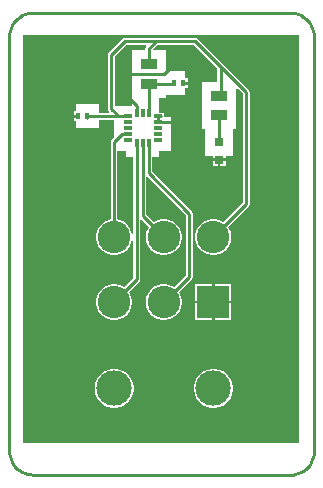
<source format=gtl>
G04*
G04 #@! TF.GenerationSoftware,Altium Limited,Altium Designer,21.7.2 (23)*
G04*
G04 Layer_Physical_Order=1*
G04 Layer_Color=255*
%FSLAX25Y25*%
%MOIN*%
G70*
G04*
G04 #@! TF.SameCoordinates,0BC4D904-7686-419A-8D3B-CA4FD0BABD65*
G04*
G04*
G04 #@! TF.FilePolarity,Positive*
G04*
G01*
G75*
%ADD13C,0.01000*%
%ADD14R,0.01575X0.01968*%
%ADD16R,0.03150X0.01181*%
%ADD17R,0.01181X0.03150*%
%ADD19C,0.11811*%
%ADD20R,0.10827X0.10827*%
%ADD21C,0.10827*%
%ADD22R,0.05315X0.03347*%
%ADD23R,0.03150X0.03150*%
G36*
X96500Y10500D02*
X4600D01*
Y146500D01*
X96500D01*
Y10500D01*
D02*
G37*
%LPC*%
G36*
X62000Y145622D02*
X62000Y145622D01*
X38500D01*
X38500Y145622D01*
X38071Y145536D01*
X37707Y145293D01*
X37707Y145293D01*
X33207Y140793D01*
X32964Y140429D01*
X32878Y140000D01*
X32878Y140000D01*
Y122000D01*
X32878Y122000D01*
X32964Y121571D01*
X33207Y121207D01*
X33393Y121020D01*
X33202Y120559D01*
X29862D01*
Y123484D01*
X22287D01*
Y121084D01*
X21538D01*
Y117916D01*
X22287D01*
Y115516D01*
X29862D01*
Y118315D01*
X34905D01*
Y115847D01*
Y112492D01*
X34172Y111758D01*
X33928Y111394D01*
X33843Y110965D01*
X33843Y110965D01*
Y85089D01*
X33211Y84963D01*
X32116Y84510D01*
X31131Y83852D01*
X30294Y83014D01*
X29636Y82029D01*
X29182Y80935D01*
X28951Y79773D01*
Y78589D01*
X29182Y77427D01*
X29636Y76333D01*
X30294Y75348D01*
X31131Y74510D01*
X32116Y73852D01*
X33211Y73399D01*
X34372Y73168D01*
X35557D01*
X36719Y73399D01*
X37813Y73852D01*
X38798Y74510D01*
X39636Y75348D01*
X40294Y76333D01*
X40747Y77427D01*
X40910Y78247D01*
X41410Y78198D01*
Y65559D01*
X38349Y62498D01*
X37813Y62857D01*
X36719Y63310D01*
X35557Y63541D01*
X34372D01*
X33211Y63310D01*
X32116Y62857D01*
X31131Y62199D01*
X30294Y61361D01*
X29636Y60376D01*
X29182Y59282D01*
X28951Y58120D01*
Y56935D01*
X29182Y55774D01*
X29636Y54679D01*
X30294Y53694D01*
X31131Y52857D01*
X32116Y52199D01*
X33211Y51745D01*
X34372Y51514D01*
X35557D01*
X36719Y51745D01*
X37813Y52199D01*
X38798Y52857D01*
X39636Y53694D01*
X40294Y54679D01*
X40747Y55774D01*
X40978Y56935D01*
Y58120D01*
X40747Y59282D01*
X40294Y60376D01*
X39935Y60912D01*
X43325Y64301D01*
X43325Y64301D01*
X43568Y64665D01*
X43653Y65095D01*
X43653Y65095D01*
Y84735D01*
X44153Y84942D01*
X46529Y82566D01*
X46171Y82029D01*
X45718Y80935D01*
X45487Y79773D01*
Y78589D01*
X45718Y77427D01*
X46171Y76333D01*
X46829Y75348D01*
X47667Y74510D01*
X48652Y73852D01*
X49746Y73399D01*
X50908Y73168D01*
X52092D01*
X53254Y73399D01*
X54348Y73852D01*
X55333Y74510D01*
X56171Y75348D01*
X56829Y76333D01*
X57282Y77427D01*
X57513Y78589D01*
Y79773D01*
X57282Y80935D01*
X56829Y82029D01*
X56171Y83014D01*
X55333Y83852D01*
X54348Y84510D01*
X53254Y84963D01*
X52092Y85194D01*
X50908D01*
X49746Y84963D01*
X48652Y84510D01*
X48115Y84152D01*
X45622Y86646D01*
Y99085D01*
X46122Y99292D01*
X58878Y86535D01*
Y66492D01*
X54885Y62498D01*
X54348Y62857D01*
X53254Y63310D01*
X52092Y63541D01*
X50908D01*
X49746Y63310D01*
X48652Y62857D01*
X47667Y62199D01*
X46829Y61361D01*
X46171Y60376D01*
X45718Y59282D01*
X45487Y58120D01*
Y56935D01*
X45718Y55774D01*
X46171Y54679D01*
X46829Y53694D01*
X47667Y52857D01*
X48652Y52199D01*
X49746Y51745D01*
X50908Y51514D01*
X52092D01*
X53254Y51745D01*
X54348Y52199D01*
X55333Y52857D01*
X56171Y53694D01*
X56829Y54679D01*
X57282Y55774D01*
X57513Y56935D01*
Y58120D01*
X57282Y59282D01*
X56829Y60376D01*
X56471Y60912D01*
X60793Y65235D01*
X60793Y65235D01*
X61036Y65598D01*
X61122Y66028D01*
X61122Y66028D01*
Y87000D01*
X61122Y87000D01*
X61036Y87429D01*
X60793Y87793D01*
X47590Y100996D01*
Y105905D01*
X50059D01*
Y107972D01*
X54094D01*
Y109941D01*
Y117122D01*
Y119091D01*
X51695D01*
Y120628D01*
X50059D01*
Y125094D01*
X50059D01*
X50097Y125579D01*
X52157D01*
Y126516D01*
X58713D01*
Y128916D01*
X59462D01*
Y132084D01*
X58713D01*
Y134484D01*
X52157D01*
Y141421D01*
X48215D01*
X48007Y141921D01*
X49465Y143378D01*
X61535D01*
X69378Y135535D01*
Y130921D01*
X64342D01*
Y121575D01*
Y115079D01*
X65425D01*
Y106378D01*
X67826D01*
Y105447D01*
X70000D01*
X72175D01*
Y106378D01*
X74575D01*
Y115079D01*
X75657D01*
Y121575D01*
Y128603D01*
X76119Y128795D01*
X77878Y127035D01*
Y90610D01*
X71420Y84152D01*
X70884Y84510D01*
X69789Y84963D01*
X68628Y85194D01*
X67443D01*
X66281Y84963D01*
X65187Y84510D01*
X64202Y83852D01*
X63364Y83014D01*
X62706Y82029D01*
X62253Y80935D01*
X62022Y79773D01*
Y78589D01*
X62253Y77427D01*
X62706Y76333D01*
X63364Y75348D01*
X64202Y74510D01*
X65187Y73852D01*
X66281Y73399D01*
X67443Y73168D01*
X68628D01*
X69789Y73399D01*
X70884Y73852D01*
X71869Y74510D01*
X72706Y75348D01*
X73364Y76333D01*
X73818Y77427D01*
X74049Y78589D01*
Y79773D01*
X73818Y80935D01*
X73364Y82029D01*
X73006Y82566D01*
X79793Y89353D01*
X79793Y89353D01*
X80036Y89717D01*
X80122Y90146D01*
Y127500D01*
X80122Y127500D01*
X80036Y127929D01*
X79793Y128293D01*
X79793Y128293D01*
X71293Y136793D01*
X71293Y136793D01*
X62793Y145293D01*
X62429Y145536D01*
X62000Y145622D01*
D02*
G37*
G36*
X72175Y104647D02*
X70400D01*
Y102872D01*
X72175D01*
Y104647D01*
D02*
G37*
G36*
X69600D02*
X67826D01*
Y102872D01*
X69600D01*
Y104647D01*
D02*
G37*
G36*
X74049Y63541D02*
X68435D01*
Y57928D01*
X74049D01*
Y63541D01*
D02*
G37*
G36*
X67635D02*
X62022D01*
Y57928D01*
X67635D01*
Y63541D01*
D02*
G37*
G36*
X74049Y57128D02*
X68435D01*
Y51514D01*
X74049D01*
Y57128D01*
D02*
G37*
G36*
X67635D02*
X62022D01*
Y51514D01*
X67635D01*
Y57128D01*
D02*
G37*
G36*
X68676Y35293D02*
X67395D01*
X66138Y35043D01*
X64954Y34552D01*
X63888Y33841D01*
X62982Y32934D01*
X62270Y31869D01*
X61780Y30685D01*
X61530Y29428D01*
Y28147D01*
X61780Y26890D01*
X62270Y25706D01*
X62982Y24640D01*
X63888Y23734D01*
X64954Y23022D01*
X66138Y22532D01*
X67395Y22282D01*
X68676D01*
X69933Y22532D01*
X71117Y23022D01*
X72182Y23734D01*
X73089Y24640D01*
X73800Y25706D01*
X74291Y26890D01*
X74541Y28147D01*
Y29428D01*
X74291Y30685D01*
X73800Y31869D01*
X73089Y32934D01*
X72182Y33841D01*
X71117Y34552D01*
X69933Y35043D01*
X68676Y35293D01*
D02*
G37*
G36*
X35605D02*
X34324D01*
X33067Y35043D01*
X31883Y34552D01*
X30817Y33841D01*
X29911Y32934D01*
X29199Y31869D01*
X28709Y30685D01*
X28459Y29428D01*
Y28147D01*
X28709Y26890D01*
X29199Y25706D01*
X29911Y24640D01*
X30817Y23734D01*
X31883Y23022D01*
X33067Y22532D01*
X34324Y22282D01*
X35605D01*
X36862Y22532D01*
X38046Y23022D01*
X39112Y23734D01*
X40018Y24640D01*
X40730Y25706D01*
X41220Y26890D01*
X41470Y28147D01*
Y29428D01*
X41220Y30685D01*
X40730Y31869D01*
X40018Y32934D01*
X39112Y33841D01*
X38046Y34552D01*
X36862Y35043D01*
X35605Y35293D01*
D02*
G37*
%LPD*%
G36*
X45830Y142917D02*
X45707Y142793D01*
X45464Y142429D01*
X45378Y142000D01*
X45378Y142000D01*
Y141421D01*
X40843D01*
Y132075D01*
Y125579D01*
X40871D01*
X40909Y125094D01*
X40909D01*
Y123028D01*
X35122D01*
Y139535D01*
X38965Y143378D01*
X45639D01*
X45830Y142917D01*
D02*
G37*
G36*
X38941Y105905D02*
X41410D01*
Y80164D01*
X40910Y80115D01*
X40747Y80935D01*
X40294Y82029D01*
X39636Y83014D01*
X38798Y83852D01*
X37813Y84510D01*
X36719Y84963D01*
X36086Y85089D01*
Y107972D01*
X38941D01*
Y105905D01*
D02*
G37*
D13*
X51500Y133500D02*
X54000Y136000D01*
X40000Y133500D02*
X51500D01*
X70500Y136000D02*
X79000Y127500D01*
X62000Y144500D02*
X70500Y136000D01*
Y126748D02*
Y136000D01*
X70000Y126248D02*
X70500Y126748D01*
X49000Y144500D02*
X62000D01*
X38500D02*
X49000D01*
X46500Y136748D02*
Y142000D01*
X49000Y144500D01*
X42531Y120520D02*
Y122968D01*
X39000Y126500D02*
X42531Y122968D01*
X34000Y140000D02*
X38500Y144500D01*
X68035Y79181D02*
X79000Y90146D01*
Y127500D01*
X54677Y130252D02*
X54925Y130500D01*
X46500Y130252D02*
X54677D01*
X46468Y120520D02*
Y130220D01*
X46500Y130252D01*
X26075Y119150D02*
X26362Y119437D01*
X34000Y122000D02*
Y140000D01*
Y122000D02*
X36563Y119437D01*
X58075Y130500D02*
X60500D01*
X20500Y119500D02*
X22925D01*
X26075Y119000D02*
Y119150D01*
X26362Y119437D02*
X36563D01*
X46468Y100531D02*
Y110480D01*
X60000Y66028D02*
Y87000D01*
X51500Y57528D02*
X60000Y66028D01*
X46468Y100531D02*
X60000Y87000D01*
X44500Y86181D02*
X51500Y79181D01*
X44500Y86181D02*
Y110480D01*
X42531Y65095D02*
Y110480D01*
X34965Y57528D02*
X42531Y65095D01*
X34965Y79181D02*
Y110965D01*
X37532Y113531D01*
X39480D01*
X36563Y119437D02*
X39480D01*
X70000Y110953D02*
X70000Y110952D01*
X70000Y110953D02*
Y119752D01*
X49520Y117469D02*
Y119437D01*
X50504D02*
X50595Y119528D01*
X49520Y119437D02*
X50504D01*
X49520Y117469D02*
X56468D01*
X56500Y117500D01*
X0Y7062D02*
X178Y6107D01*
X470Y5181D01*
X871Y4297D01*
X1376Y3467D01*
X1976Y2704D01*
X2664Y2018D01*
X3430Y1420D01*
X4262Y919D01*
X5148Y521D01*
X6075Y233D01*
X7030Y58D01*
X8000Y0D01*
X7062Y154000D02*
X6107Y153822D01*
X5181Y153530D01*
X4297Y153129D01*
X3467Y152624D01*
X2704Y152024D01*
X2018Y151336D01*
X1420Y150570D01*
X919Y149738D01*
X521Y148852D01*
X233Y147925D01*
X58Y146969D01*
X0Y146000D01*
X94465Y-68D02*
X95420Y110D01*
X96346Y402D01*
X97231Y803D01*
X98061Y1307D01*
X98824Y1908D01*
X99510Y2596D01*
X100107Y3362D01*
X100609Y4193D01*
X101006Y5079D01*
X101295Y6007D01*
X101469Y6962D01*
X101528Y7932D01*
X101500Y146938D02*
X101322Y147892D01*
X101030Y148819D01*
X100629Y149703D01*
X100124Y150533D01*
X99524Y151296D01*
X98836Y151982D01*
X98070Y152580D01*
X97238Y153081D01*
X96352Y153479D01*
X95425Y153767D01*
X94469Y153942D01*
X93500Y154000D01*
X-0Y146500D02*
X0Y7000D01*
X7062Y154000D02*
X93500Y154000D01*
X8000Y-0D02*
X94500Y0D01*
X101500Y147000D02*
X101500Y7869D01*
D14*
X26075Y119500D02*
D03*
X22925D02*
D03*
X54925Y130500D02*
D03*
X58075D02*
D03*
D16*
X39480Y119437D02*
D03*
Y117469D02*
D03*
Y115500D02*
D03*
Y113531D02*
D03*
Y111563D02*
D03*
X49520D02*
D03*
Y113531D02*
D03*
Y115500D02*
D03*
Y117469D02*
D03*
Y119437D02*
D03*
D17*
X42531Y110480D02*
D03*
X44500D02*
D03*
X46468D02*
D03*
Y120520D02*
D03*
X44500D02*
D03*
X42531D02*
D03*
D19*
X34965Y28787D02*
D03*
X68035D02*
D03*
D20*
Y57528D02*
D03*
D21*
X51500D02*
D03*
X34965D02*
D03*
Y79181D02*
D03*
X51500D02*
D03*
X68035D02*
D03*
D22*
X46500Y130252D02*
D03*
Y136748D02*
D03*
X70000Y119752D02*
D03*
Y126248D02*
D03*
D23*
X70000Y105047D02*
D03*
Y110952D02*
D03*
M02*

</source>
